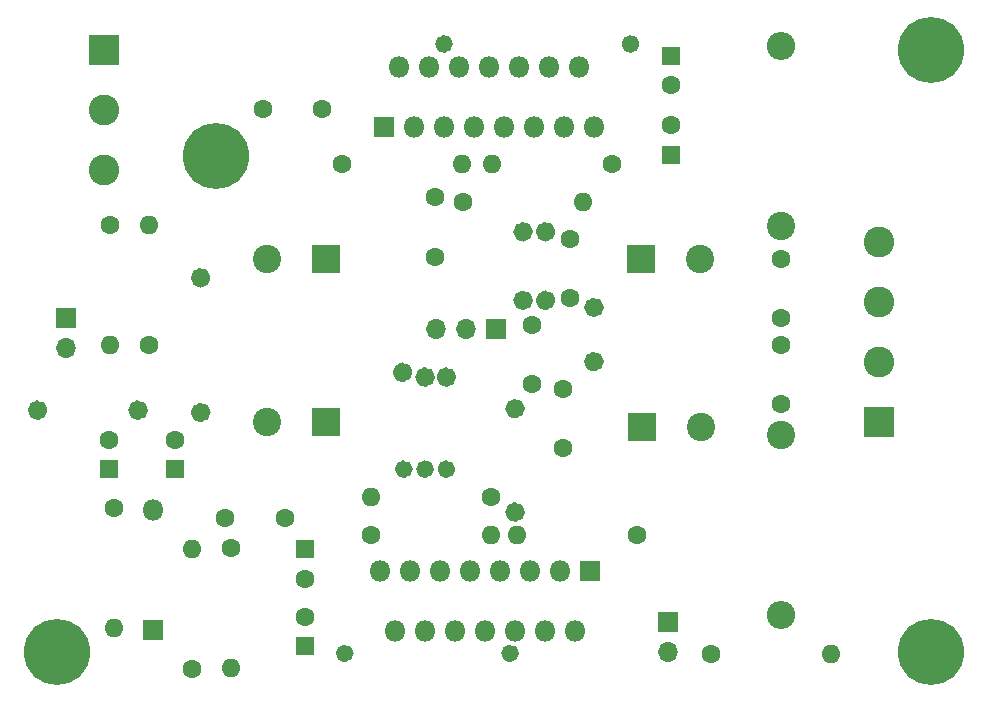
<source format=gbr>
%TF.GenerationSoftware,KiCad,Pcbnew,7.0.10-7.0.10~ubuntu22.04.1*%
%TF.CreationDate,2024-02-04T21:18:26-05:00*%
%TF.ProjectId,TDA7294,54444137-3239-4342-9e6b-696361645f70,v1.0.0*%
%TF.SameCoordinates,PX6146580PY3dfd240*%
%TF.FileFunction,Soldermask,Bot*%
%TF.FilePolarity,Negative*%
%FSLAX46Y46*%
G04 Gerber Fmt 4.6, Leading zero omitted, Abs format (unit mm)*
G04 Created by KiCad (PCBNEW 7.0.10-7.0.10~ubuntu22.04.1) date 2024-02-04 21:18:26*
%MOMM*%
%LPD*%
G01*
G04 APERTURE LIST*
%ADD10C,0.831025*%
%ADD11C,0.750000*%
%ADD12R,1.600000X1.600000*%
%ADD13C,1.600000*%
%ADD14R,2.400000X2.400000*%
%ADD15C,2.400000*%
%ADD16R,1.800000X1.800000*%
%ADD17O,1.800000X1.800000*%
%ADD18R,2.600000X2.600000*%
%ADD19C,2.600000*%
%ADD20R,1.700000X1.700000*%
%ADD21O,1.700000X1.700000*%
%ADD22O,1.600000X1.600000*%
%ADD23O,2.400000X2.400000*%
%ADD24C,5.600000*%
G04 APERTURE END LIST*
D10*
X21115512Y-39200000D02*
G75*
G03*
X20284488Y-39200000I-415512J0D01*
G01*
X20284488Y-39200000D02*
G75*
G03*
X21115512Y-39200000I415512J0D01*
G01*
D11*
X41675000Y-8000000D02*
G75*
G03*
X40925000Y-8000000I-375000J0D01*
G01*
X40925000Y-8000000D02*
G75*
G03*
X41675000Y-8000000I375000J0D01*
G01*
D10*
X15815512Y-39000000D02*
G75*
G03*
X14984488Y-39000000I-415512J0D01*
G01*
X14984488Y-39000000D02*
G75*
G03*
X15815512Y-39000000I415512J0D01*
G01*
X48415512Y-23900000D02*
G75*
G03*
X47584488Y-23900000I-415512J0D01*
G01*
X47584488Y-23900000D02*
G75*
G03*
X48415512Y-23900000I415512J0D01*
G01*
X40115512Y-36200000D02*
G75*
G03*
X39284488Y-36200000I-415512J0D01*
G01*
X39284488Y-36200000D02*
G75*
G03*
X40115512Y-36200000I415512J0D01*
G01*
X47735512Y-38880000D02*
G75*
G03*
X46904488Y-38880000I-415512J0D01*
G01*
X46904488Y-38880000D02*
G75*
G03*
X47735512Y-38880000I415512J0D01*
G01*
X38215512Y-35800000D02*
G75*
G03*
X37384488Y-35800000I-415512J0D01*
G01*
X37384488Y-35800000D02*
G75*
G03*
X38215512Y-35800000I415512J0D01*
G01*
X50315512Y-23900000D02*
G75*
G03*
X49484488Y-23900000I-415512J0D01*
G01*
X49484488Y-23900000D02*
G75*
G03*
X50315512Y-23900000I415512J0D01*
G01*
X50315512Y-29700000D02*
G75*
G03*
X49484488Y-29700000I-415512J0D01*
G01*
X49484488Y-29700000D02*
G75*
G03*
X50315512Y-29700000I415512J0D01*
G01*
D11*
X38275000Y-44000000D02*
G75*
G03*
X37525000Y-44000000I-375000J0D01*
G01*
X37525000Y-44000000D02*
G75*
G03*
X38275000Y-44000000I375000J0D01*
G01*
X57475000Y-8000000D02*
G75*
G03*
X56725000Y-8000000I-375000J0D01*
G01*
X56725000Y-8000000D02*
G75*
G03*
X57475000Y-8000000I375000J0D01*
G01*
D10*
X7315512Y-39000000D02*
G75*
G03*
X6484488Y-39000000I-415512J0D01*
G01*
X6484488Y-39000000D02*
G75*
G03*
X7315512Y-39000000I415512J0D01*
G01*
X54415512Y-30300000D02*
G75*
G03*
X53584488Y-30300000I-415512J0D01*
G01*
X53584488Y-30300000D02*
G75*
G03*
X54415512Y-30300000I415512J0D01*
G01*
D11*
X40075000Y-44000000D02*
G75*
G03*
X39325000Y-44000000I-375000J0D01*
G01*
X39325000Y-44000000D02*
G75*
G03*
X40075000Y-44000000I375000J0D01*
G01*
D10*
X48415512Y-29700000D02*
G75*
G03*
X47584488Y-29700000I-415512J0D01*
G01*
X47584488Y-29700000D02*
G75*
G03*
X48415512Y-29700000I415512J0D01*
G01*
D11*
X41875000Y-44000000D02*
G75*
G03*
X41125000Y-44000000I-375000J0D01*
G01*
X41125000Y-44000000D02*
G75*
G03*
X41875000Y-44000000I375000J0D01*
G01*
D10*
X41915512Y-36200000D02*
G75*
G03*
X41084488Y-36200000I-415512J0D01*
G01*
X41084488Y-36200000D02*
G75*
G03*
X41915512Y-36200000I415512J0D01*
G01*
X21115512Y-27800000D02*
G75*
G03*
X20284488Y-27800000I-415512J0D01*
G01*
X20284488Y-27800000D02*
G75*
G03*
X21115512Y-27800000I415512J0D01*
G01*
D11*
X33275000Y-59600000D02*
G75*
G03*
X32525000Y-59600000I-375000J0D01*
G01*
X32525000Y-59600000D02*
G75*
G03*
X33275000Y-59600000I375000J0D01*
G01*
D10*
X47735512Y-47631025D02*
G75*
G03*
X46904488Y-47631025I-415512J0D01*
G01*
X46904488Y-47631025D02*
G75*
G03*
X47735512Y-47631025I415512J0D01*
G01*
D11*
X47275000Y-59600000D02*
G75*
G03*
X46525000Y-59600000I-375000J0D01*
G01*
X46525000Y-59600000D02*
G75*
G03*
X47275000Y-59600000I375000J0D01*
G01*
D10*
X54415512Y-34900000D02*
G75*
G03*
X53584488Y-34900000I-415512J0D01*
G01*
X53584488Y-34900000D02*
G75*
G03*
X54415512Y-34900000I415512J0D01*
G01*
D12*
%TO.C,C1*%
X12900000Y-44000000D03*
D13*
X12900000Y-41500000D03*
%TD*%
D12*
%TO.C,C2*%
X18500000Y-44000000D03*
D13*
X18500000Y-41500000D03*
%TD*%
%TO.C,C3*%
X40500000Y-21000000D03*
X40500000Y-26000000D03*
%TD*%
D12*
%TO.C,C4*%
X60500000Y-17400000D03*
D13*
X60500000Y-14900000D03*
%TD*%
%TO.C,C5*%
X52000000Y-24500000D03*
X52000000Y-29500000D03*
%TD*%
%TO.C,C6*%
X26000000Y-13500000D03*
X31000000Y-13500000D03*
%TD*%
D14*
%TO.C,C7*%
X58000000Y-26250000D03*
D15*
X63000000Y-26250000D03*
%TD*%
D14*
%TO.C,C8*%
X31300000Y-26200000D03*
D15*
X26300000Y-26200000D03*
%TD*%
D12*
%TO.C,C9*%
X60500000Y-9000000D03*
D13*
X60500000Y-11500000D03*
%TD*%
%TO.C,C10*%
X69810000Y-31200000D03*
X69810000Y-26200000D03*
%TD*%
%TO.C,C11*%
X48790000Y-36760000D03*
X48790000Y-31760000D03*
%TD*%
D12*
%TO.C,C12*%
X29500000Y-50800000D03*
D13*
X29500000Y-53300000D03*
%TD*%
%TO.C,C13*%
X51400000Y-42200000D03*
X51400000Y-37200000D03*
%TD*%
%TO.C,C14*%
X22800000Y-48100000D03*
X27800000Y-48100000D03*
%TD*%
D14*
%TO.C,C15*%
X58100000Y-40400000D03*
D15*
X63100000Y-40400000D03*
%TD*%
D14*
%TO.C,C16*%
X31300000Y-40000000D03*
D15*
X26300000Y-40000000D03*
%TD*%
D12*
%TO.C,C17*%
X29500000Y-59000000D03*
D13*
X29500000Y-56500000D03*
%TD*%
%TO.C,C18*%
X69800000Y-33500000D03*
X69800000Y-38500000D03*
%TD*%
D16*
%TO.C,D1*%
X16700000Y-57580000D03*
D17*
X16700000Y-47420000D03*
%TD*%
D18*
%TO.C,J1*%
X12500000Y-8500000D03*
D19*
X12500000Y-13580000D03*
X12500000Y-18660000D03*
%TD*%
D18*
%TO.C,J2*%
X78100000Y-40000000D03*
D19*
X78100000Y-34920000D03*
X78100000Y-29840000D03*
X78100000Y-24760000D03*
%TD*%
D20*
%TO.C,JP1*%
X9300000Y-31200000D03*
D21*
X9300000Y-33740000D03*
%TD*%
D13*
%TO.C,R1*%
X16300000Y-33460000D03*
D22*
X16300000Y-23300000D03*
%TD*%
D13*
%TO.C,R2*%
X13000000Y-23300000D03*
D22*
X13000000Y-33460000D03*
%TD*%
D13*
%TO.C,R3*%
X20000000Y-60880000D03*
D22*
X20000000Y-50720000D03*
%TD*%
D13*
%TO.C,R4*%
X23300000Y-50700000D03*
D22*
X23300000Y-60860000D03*
%TD*%
D13*
%TO.C,R5*%
X13400000Y-47320000D03*
D22*
X13400000Y-57480000D03*
%TD*%
D13*
%TO.C,R6*%
X32700000Y-18200000D03*
D22*
X42860000Y-18200000D03*
%TD*%
D13*
%TO.C,R7*%
X42900000Y-21400000D03*
D22*
X53060000Y-21400000D03*
%TD*%
D13*
%TO.C,R8*%
X55500000Y-18200000D03*
D22*
X45340000Y-18200000D03*
%TD*%
D15*
%TO.C,R9*%
X69850000Y-23400000D03*
D23*
X69850000Y-8160000D03*
%TD*%
D13*
%TO.C,R10*%
X57660000Y-49600000D03*
D22*
X47500000Y-49600000D03*
%TD*%
D13*
%TO.C,R11*%
X45260000Y-46400000D03*
D22*
X35100000Y-46400000D03*
%TD*%
D15*
%TO.C,R13*%
X69800000Y-41120000D03*
D23*
X69800000Y-56360000D03*
%TD*%
D16*
%TO.C,U1*%
X36250000Y-15000000D03*
D17*
X37520000Y-9920000D03*
X38790000Y-15000000D03*
X40060000Y-9920000D03*
X41330000Y-15000000D03*
X42600000Y-9920000D03*
X43870000Y-15000000D03*
X45140000Y-9920000D03*
X46410000Y-15000000D03*
X47680000Y-9920000D03*
X48950000Y-15000000D03*
X50220000Y-9920000D03*
X51490000Y-15000000D03*
X52760000Y-9920000D03*
X54030000Y-15000000D03*
%TD*%
D16*
%TO.C,U2*%
X53700000Y-52600000D03*
D17*
X52430000Y-57680000D03*
X51160000Y-52600000D03*
X49890000Y-57680000D03*
X48620000Y-52600000D03*
X47350000Y-57680000D03*
X46080000Y-52600000D03*
X44810000Y-57680000D03*
X43540000Y-52600000D03*
X42270000Y-57680000D03*
X41000000Y-52600000D03*
X39730000Y-57680000D03*
X38460000Y-52600000D03*
X37190000Y-57680000D03*
X35920000Y-52600000D03*
%TD*%
D20*
%TO.C,J3*%
X45670000Y-32130000D03*
D21*
X43130000Y-32130000D03*
X40590000Y-32130000D03*
%TD*%
D13*
%TO.C,R12*%
X35100000Y-49600000D03*
D22*
X45260000Y-49600000D03*
%TD*%
D24*
%TO.C,H3*%
X82500000Y-8500000D03*
%TD*%
%TO.C,H2*%
X8500000Y-59500000D03*
%TD*%
D20*
%TO.C,JP2*%
X60230000Y-56925000D03*
D21*
X60230000Y-59465000D03*
%TD*%
D13*
%TO.C,R14*%
X63940000Y-59670000D03*
D22*
X74100000Y-59670000D03*
%TD*%
D24*
%TO.C,H4*%
X22000000Y-17500000D03*
%TD*%
%TO.C,H1*%
X82500000Y-59500000D03*
%TD*%
M02*

</source>
